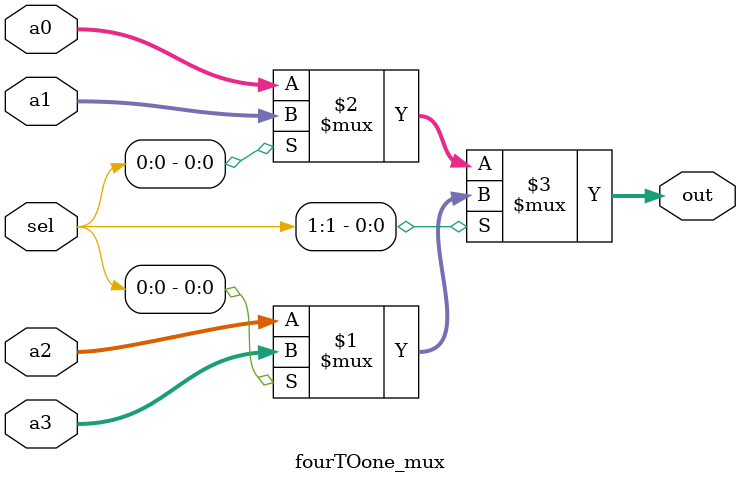
<source format=sv>
module fourTOone_mux
	(
	input logic [3:0] a0,
	input logic [3:0] a1,
	input logic [3:0] a2,
	input logic [3:0] a3,
	input logic [1:0] sel,
	output logic [3:0] out
	);
	assign out = sel[1] ? (sel[0] ? a3 : a2) : (sel[0] ? a1 : a0); 
endmodule

</source>
